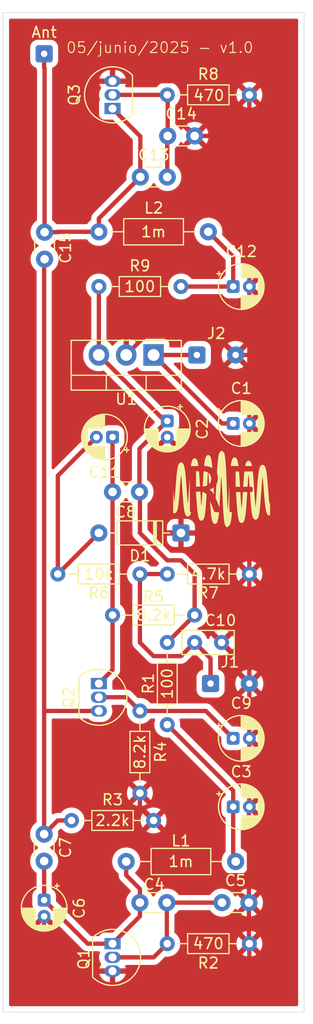
<source format=kicad_pcb>
(kicad_pcb (version 20241229) (generator "pcbnew") (generator_version "9.0")
  (title_block (title "Theremin PCB") (date "2025-06-05") (rev "v1.0"))
  (layers (0 "F.Cu" signal) (2 "B.Cu" signal) (13 "F.Paste" user) (15 "B.Paste" user) (5 "F.SilkS" user "F.Silkscreen") (7 "B.SilkS" user "B.Silkscreen") (1 "F.Mask" user) (3 "B.Mask" user) (25 "Edge.Cuts" user))
  (net 0 "")
  (net 1 "GND")
  (net 2 "+9V")
  (net 3 "Net-(U1-VO)")
  (net 4 "Net-(C3-Pad1)")
  (net 5 "Net-(Q1-S)")
  (net 6 "Net-(Q1-D)")
  (net 7 "Net-(Q2-G)")
  (net 8 "Net-(Q2-D)")
  (net 9 "Net-(Q2-S)")
  (net 10 "Net-(D1-A)")
  (net 11 "Net-(C12-Pad1)")
  (net 12 "Net-(Q3-S)")
  (net 13 "Net-(J1-Pin_1)")
  (net 14 "Net-(J3-Pin_1)")
  (footprint "Resistor_THT:R_Axial_DIN0204_L3.6mm_D1.6mm_P7.62mm_Horizontal" (layer "F.Cu") (at 171.45 50.8)
    (property "Reference" "R8" (at 3.81 -1.92 0) (layer "F.SilkS"))
    (property "Value" "470" (hide yes))
    (pad "1" thru_hole circle (at 0 0) (size 1.4 1.4) (drill 0.7) (layers "*.Cu" "*.Mask") (net 12 "Net-(Q3-S)"))
    (pad "2" thru_hole circle (at 7.62 0) (size 1.4 1.4) (drill 0.7) (layers "*.Cu" "*.Mask") (net 1 "GND"))
  )
  (footprint "Capacitor_THT:C_Disc_D3.0mm_W1.6mm_P2.50mm" (layer "F.Cu") (at 168.87 87.63 180)
    (property "Reference" "C8" (at 1.274825 -1.867016 0) (layer "F.SilkS"))
    (property "Value" "1.5n")
    (pad "1" thru_hole circle (at 0 0 180) (size 1.6 1.6) (drill 0.8) (layers "*.Cu" "*.Mask") (net 3 "Net-(U1-VO)"))
    (pad "2" thru_hole circle (at 2.5 0 180) (size 1.6 1.6) (drill 0.8) (layers "*.Cu" "*.Mask") (net 8 "Net-(Q2-D)"))
  )
  (footprint "Resistor_THT:R_Axial_DIN0204_L3.6mm_D1.6mm_P7.62mm_Horizontal" (layer "F.Cu") (at 173.99 99.06 180)
    (property "Reference" "R5" (at 3.81 1.713488 0) (layer "F.SilkS"))
    (property "Value" "8.2k" (at 3.81 0 0) (layer "F.SilkS"))
    (pad "1" thru_hole circle (at 0 0 180) (size 1.4 1.4) (drill 0.7) (layers "*.Cu" "*.Mask") (net 3 "Net-(U1-VO)"))
    (pad "2" thru_hole circle (at 7.62 0 180) (size 1.4 1.4) (drill 0.7) (layers "*.Cu" "*.Mask") (net 8 "Net-(Q2-D)"))
  )
  (footprint "Capacitor_THT:CP_Radial_D4.0mm_P1.50mm" (layer "F.Cu") (at 177.57 110.49)
    (property "Reference" "C9" (at 0.75 -3.25 0) (layer "F.SilkS"))
    (property "Value" "10u")
    (pad "1" thru_hole roundrect (at 0 0) (size 1.2 1.2) (drill 0.6) (layers "*.Cu" "*.Mask") (roundrect_rratio 0.208333) (net 9 "Net-(Q2-S)"))
    (pad "2" thru_hole circle (at 1.5 0) (size 1.2 1.2) (drill 0.6) (layers "*.Cu" "*.Mask") (net 1 "GND"))
  )
  (footprint "Resistor_THT:R_Axial_DIN0204_L3.6mm_D1.6mm_P7.62mm_Horizontal" (layer "F.Cu") (at 165.1 68.58)
    (property "Reference" "R9" (at 3.81 -1.92 0) (layer "F.SilkS"))
    (property "Value" "100" (at 3.81 0 0) (layer "F.SilkS"))
    (pad "1" thru_hole circle (at 0 0) (size 1.4 1.4) (drill 0.7) (layers "*.Cu" "*.Mask") (net 3 "Net-(U1-VO)"))
    (pad "2" thru_hole circle (at 7.62 0) (size 1.4 1.4) (drill 0.7) (layers "*.Cu" "*.Mask") (net 11 "Net-(C12-Pad1)"))
  )
  (footprint "Capacitor_THT:CP_Radial_D4.0mm_P1.50mm" (layer "F.Cu") (at 177.57 81.28)
    (property "Reference" "C1" (at 0.75 -3.25 0) (layer "F.SilkS"))
    (property "Value" "1u")
    (pad "1" thru_hole roundrect (at 0 0) (size 1.2 1.2) (drill 0.6) (layers "*.Cu" "*.Mask") (roundrect_rratio 0.208333) (net 2 "+9V"))
    (pad "2" thru_hole circle (at 1.5 0) (size 1.2 1.2) (drill 0.6) (layers "*.Cu" "*.Mask") (net 1 "GND"))
  )
  (footprint "Resistor_THT:R_Axial_DIN0204_L3.6mm_D1.6mm_P7.62mm_Horizontal" (layer "F.Cu") (at 171.45 95.25)
    (property "Reference" "R7" (at 3.81 1.75 0) (layer "F.SilkS"))
    (property "Value" "4.7k" (at 3.81 0 0) (layer "F.SilkS"))
    (pad "1" thru_hole circle (at 0 0) (size 1.4 1.4) (drill 0.7) (layers "*.Cu" "*.Mask") (net 13 "Net-(J1-Pin_1)"))
    (pad "2" thru_hole circle (at 7.62 0) (size 1.4 1.4) (drill 0.7) (layers "*.Cu" "*.Mask") (net 1 "GND"))
  )
  (footprint "Capacitor_THT:C_Disc_D3.0mm_W1.6mm_P2.50mm" (layer "F.Cu") (at 160.02 121.88 90)
    (property "Reference" "C7" (at 1.25 1.98 90) (layer "F.SilkS"))
    (property "Value" "3.3p")
    (pad "1" thru_hole circle (at 0 0 90) (size 1.6 1.6) (drill 0.8) (layers "*.Cu" "*.Mask") (net 6 "Net-(Q1-D)"))
    (pad "2" thru_hole circle (at 2.5 0 90) (size 1.6 1.6) (drill 0.8) (layers "*.Cu" "*.Mask") (net 7 "Net-(Q2-G)"))
  )
  (footprint "Resistor_THT:R_Axial_DIN0204_L3.6mm_D1.6mm_P7.62mm_Horizontal" (layer "F.Cu") (at 171.45 101.6 -90)
    (property "Reference" "R1" (at 3.81 1.766225 90) (layer "F.SilkS"))
    (property "Value" "100" (at 3.81 0 90) (layer "F.SilkS"))
    (pad "1" thru_hole circle (at 0 0 270) (size 1.4 1.4) (drill 0.7) (layers "*.Cu" "*.Mask") (net 3 "Net-(U1-VO)"))
    (pad "2" thru_hole circle (at 7.62 0 270) (size 1.4 1.4) (drill 0.7) (layers "*.Cu" "*.Mask") (net 4 "Net-(C3-Pad1)"))
  )
  (footprint "Package_TO_SOT_THT:TO-92_Inline" (layer "F.Cu") (at 166.37 52.07 90)
    (property "Reference" "Q3" (at 1.27 -3.56 90) (layer "F.SilkS"))
    (property "Value" "2N5458")
    (pad "1" thru_hole rect (at 0 0 90) (size 1.05 1.5) (drill 0.75) (layers "*.Cu" "*.Mask") (net 14 "Net-(J3-Pin_1)"))
    (pad "2" thru_hole oval (at 1.27 0 90) (size 1.05 1.5) (drill 0.75) (layers "*.Cu" "*.Mask") (net 12 "Net-(Q3-S)"))
    (pad "3" thru_hole oval (at 2.54 0 90) (size 1.05 1.5) (drill 0.75) (layers "*.Cu" "*.Mask") (net 1 "GND"))
  )
  (footprint "Resistor_THT:R_Axial_DIN0204_L3.6mm_D1.6mm_P7.62mm_Horizontal" (layer "F.Cu") (at 161.29 95.25)
    (property "Reference" "R6" (at 3.81 1.75 0) (layer "F.SilkS"))
    (property "Value" "10k" (at 3.81 0 0) (layer "F.SilkS"))
    (pad "1" thru_hole circle (at 0 0) (size 1.4 1.4) (drill 0.7) (layers "*.Cu" "*.Mask") (net 10 "Net-(D1-A)"))
    (pad "2" thru_hole circle (at 7.62 0) (size 1.4 1.4) (drill 0.7) (layers "*.Cu" "*.Mask") (net 13 "Net-(J1-Pin_1)"))
  )
  (footprint "Capacitor_THT:CP_Radial_D4.0mm_P1.50mm" (layer "F.Cu") (at 177.57 116.84)
    (property "Reference" "C3" (at 0.75 -3.25 0) (layer "F.SilkS"))
    (property "Value" "10u")
    (pad "1" thru_hole roundrect (at 0 0) (size 1.2 1.2) (drill 0.6) (layers "*.Cu" "*.Mask") (roundrect_rratio 0.208333) (net 4 "Net-(C3-Pad1)"))
    (pad "2" thru_hole circle (at 1.5 0) (size 1.2 1.2) (drill 0.6) (layers "*.Cu" "*.Mask") (net 1 "GND"))
  )
  (footprint "Capacitor_THT:CP_Radial_D4.0mm_P1.50mm" (layer "F.Cu") (at 171.45 81.05 -90)
    (property "Reference" "C2" (at 0.75 -3.25 90) (layer "F.SilkS"))
    (property "Value" "1u")
    (pad "1" thru_hole roundrect (at 0 0 270) (size 1.2 1.2) (drill 0.6) (layers "*.Cu" "*.Mask") (roundrect_rratio 0.208333) (net 3 "Net-(U1-VO)"))
    (pad "2" thru_hole circle (at 1.5 0 270) (size 1.2 1.2) (drill 0.6) (layers "*.Cu" "*.Mask") (net 1 "GND"))
  )
  (footprint "Package_TO_SOT_THT:TO-92_Inline" (layer "F.Cu") (at 166.37 129.54 -90)
    (property "Reference" "Q1" (at 1.407524 2.668134 90) (layer "F.SilkS"))
    (property "Value" "2N5458")
    (pad "1" thru_hole rect (at 0 0 270) (size 1.05 1.5) (drill 0.75) (layers "*.Cu" "*.Mask") (net 6 "Net-(Q1-D)"))
    (pad "2" thru_hole oval (at 1.27 0 270) (size 1.05 1.5) (drill 0.75) (layers "*.Cu" "*.Mask") (net 5 "Net-(Q1-S)"))
    (pad "3" thru_hole oval (at 2.54 0 270) (size 1.05 1.5) (drill 0.75) (layers "*.Cu" "*.Mask") (net 1 "GND"))
  )
  (footprint "Transistor_THT:L_Axial_L5.3mm_D2.2mm_P10.16mm_Horizontal_Vishay_IM-1" (layer "F.Cu") (at 177.8 121.92 180)
    (property "Reference" "L1" (at 5.08 1.92 0) (layer "F.SilkS"))
    (property "Value" "1m" (at 5.08 0 0) (layer "F.SilkS"))
    (pad "1" thru_hole circle (at 0 0 180) (size 1.6 1.6) (drill 0.8) (layers "*.Cu" "*.Mask") (net 4 "Net-(C3-Pad1)"))
    (pad "2" thru_hole oval (at 10.16 0 180) (size 1.6 1.6) (drill 0.8) (layers "*.Cu" "*.Mask") (net 6 "Net-(Q1-D)"))
  )
  (footprint "Capacitor_THT:C_Disc_D3.0mm_W1.6mm_P2.50mm" (layer "F.Cu") (at 168.95 58.42)
    (property "Reference" "C13" (at 1.25 -2.05 0) (layer "F.SilkS"))
    (property "Value" "150p")
    (pad "1" thru_hole circle (at 0 0) (size 1.6 1.6) (drill 0.8) (layers "*.Cu" "*.Mask") (net 14 "Net-(J3-Pin_1)"))
    (pad "2" thru_hole circle (at 2.5 0) (size 1.6 1.6) (drill 0.8) (layers "*.Cu" "*.Mask") (net 12 "Net-(Q3-S)"))
  )
  (footprint "Capacitor_THT:CP_Radial_D4.0mm_P1.50mm" (layer "F.Cu") (at 160.02 125.5 -90)
    (property "Reference" "C6" (at 0.75 -3.25 90) (layer "F.SilkS"))
    (property "Value" "33p")
    (pad "1" thru_hole roundrect (at 0 0 270) (size 1.2 1.2) (drill 0.6) (layers "*.Cu" "*.Mask") (roundrect_rratio 0.208333) (net 6 "Net-(Q1-D)"))
    (pad "2" thru_hole circle (at 1.5 0 270) (size 1.2 1.2) (drill 0.6) (layers "*.Cu" "*.Mask") (net 1 "GND"))
  )
  (footprint "LOGO" (layer "F.Cu") (at 176.496439 87.373772)
    (property "Reference" "G***" (hide yes))
    (property "Value" "LOGO" (hide yes))
  )
  (footprint "Connector_Wire:SolderWire-0.1sqmm_1x02_P3.6mm_D0.4mm_OD1mm" (layer "F.Cu") (at 174.2 74.93)
    (property "Reference" "J2" (at 1.8 -2 0) (layer "F.SilkS"))
    (property "Value" "Conn_01x02_Pin")
    (pad "1" thru_hole roundrect (at 0 0) (size 1.6 1.6) (drill 0.6) (layers "*.Cu" "*.Mask") (roundrect_rratio 0.15625) (net 2 "+9V"))
    (pad "2" thru_hole circle (at 3.6 0) (size 1.6 1.6) (drill 0.6) (layers "*.Cu" "*.Mask") (net 1 "GND"))
  )
  (footprint "Package_TO_SOT_THT:TO-92_Inline" (layer "F.Cu") (at 165.1 105.41 -90)
    (property "Reference" "Q2" (at 1.318878 2.788523 90) (layer "F.SilkS"))
    (property "Value" "2N5458")
    (pad "1" thru_hole rect (at 0 0 270) (size 1.05 1.5) (drill 0.75) (layers "*.Cu" "*.Mask") (net 8 "Net-(Q2-D)"))
    (pad "2" thru_hole oval (at 1.27 0 270) (size 1.05 1.5) (drill 0.75) (layers "*.Cu" "*.Mask") (net 9 "Net-(Q2-S)"))
    (pad "3" thru_hole oval (at 2.54 0 270) (size 1.05 1.5) (drill 0.75) (layers "*.Cu" "*.Mask") (net 7 "Net-(Q2-G)"))
  )
  (footprint "Resistor_THT:R_Axial_DIN0204_L3.6mm_D1.6mm_P7.62mm_Horizontal" (layer "F.Cu") (at 162.56 118.11)
    (property "Reference" "R3" (at 3.81 -1.92 0) (layer "F.SilkS"))
    (property "Value" "2.2k" (at 3.81 0 0) (layer "F.SilkS"))
    (pad "1" thru_hole circle (at 0 0) (size 1.4 1.4) (drill 0.7) (layers "*.Cu" "*.Mask") (net 7 "Net-(Q2-G)"))
    (pad "2" thru_hole circle (at 7.62 0) (size 1.4 1.4) (drill 0.7) (layers "*.Cu" "*.Mask") (net 1 "GND"))
  )
  (footprint "Capacitor_THT:C_Disc_D3.0mm_W1.6mm_P2.50mm" (layer "F.Cu") (at 160.06 66.04 90)
    (property "Reference" "C15" (at 1.04 1.94 90) (layer "F.SilkS"))
    (property "Value" "3.3p")
    (pad "1" thru_hole circle (at 0 0 90) (size 1.6 1.6) (drill 0.8) (layers "*.Cu" "*.Mask") (net 7 "Net-(Q2-G)"))
    (pad "2" thru_hole circle (at 2.5 0 90) (size 1.6 1.6) (drill 0.8) (layers "*.Cu" "*.Mask") (net 14 "Net-(J3-Pin_1)"))
  )
  (footprint "Resistor_THT:R_Axial_DIN0204_L3.6mm_D1.6mm_P7.62mm_Horizontal" (layer "F.Cu") (at 171.45 129.54)
    (property "Reference" "R2" (at 3.81 1.795539 0) (layer "F.SilkS"))
    (property "Value" "470" (at 3.81 0 0) (layer "F.SilkS"))
    (pad "1" thru_hole circle (at 0 0) (size 1.4 1.4) (drill 0.7) (layers "*.Cu" "*.Mask") (net 5 "Net-(Q1-S)"))
    (pad "2" thru_hole circle (at 7.62 0) (size 1.4 1.4) (drill 0.7) (layers "*.Cu" "*.Mask") (net 1 "GND"))
  )
  (footprint "Package_TO_SOT_THT:TO-220-3_Vertical" (layer "F.Cu") (at 170.18 74.93 180)
    (property "Reference" "U1" (at 2.54 -4.1 0) (layer "F.SilkS"))
    (property "Value" "LM7806_TO220")
    (pad "1" thru_hole rect (at 0 0 180) (size 1.905 2) (drill 1.1) (layers "*.Cu" "*.Mask") (net 2 "+9V"))
    (pad "2" thru_hole oval (at 2.54 0 180) (size 1.905 2) (drill 1.1) (layers "*.Cu" "*.Mask") (net 1 "GND"))
    (pad "3" thru_hole oval (at 5.08 0 180) (size 1.905 2) (drill 1.1) (layers "*.Cu" "*.Mask") (net 3 "Net-(U1-VO)"))
  )
  (footprint "Capacitor_THT:C_Disc_D3.0mm_W1.6mm_P2.50mm" (layer "F.Cu") (at 176.53 125.73)
    (property "Reference" "C5" (at 1.25 -2.05 0) (layer "F.SilkS"))
    (property "Value" "1.5n")
    (pad "1" thru_hole circle (at 0 0) (size 1.6 1.6) (drill 0.8) (layers "*.Cu" "*.Mask") (net 5 "Net-(Q1-S)"))
    (pad "2" thru_hole circle (at 2.5 0) (size 1.6 1.6) (drill 0.8) (layers "*.Cu" "*.Mask") (net 1 "GND"))
  )
  (footprint "Capacitor_THT:C_Disc_D3.0mm_W1.6mm_P2.50mm" (layer "F.Cu") (at 171.49 54.61)
    (property "Reference" "C14" (at 1.25 -2.05 0) (layer "F.SilkS"))
    (property "Value" "1.5n")
    (pad "1" thru_hole circle (at 0 0) (size 1.6 1.6) (drill 0.8) (layers "*.Cu" "*.Mask") (net 12 "Net-(Q3-S)"))
    (pad "2" thru_hole circle (at 2.5 0) (size 1.6 1.6) (drill 0.8) (layers "*.Cu" "*.Mask") (net 1 "GND"))
  )
  (footprint "Capacitor_THT:CP_Radial_D4.0mm_P1.50mm" (layer "F.Cu") (at 177.57 68.58)
    (property "Reference" "C12" (at 0.75 -3.25 0) (layer "F.SilkS"))
    (property "Value" "10u")
    (pad "1" thru_hole roundrect (at 0 0) (size 1.2 1.2) (drill 0.6) (layers "*.Cu" "*.Mask") (roundrect_rratio 0.208333) (net 11 "Net-(C12-Pad1)"))
    (pad "2" thru_hole circle (at 1.5 0) (size 1.2 1.2) (drill 0.6) (layers "*.Cu" "*.Mask") (net 1 "GND"))
  )
  (footprint "Connector_Wire:SolderWire-0.1sqmm_1x02_P3.6mm_D0.4mm_OD1mm" (layer "F.Cu") (at 175.47 105.41)
    (property "Reference" "J1" (at 1.8 -2 0) (layer "F.SilkS"))
    (property "Value" "Conn_01x02_Pin")
    (pad "1" thru_hole roundrect (at 0 0) (size 1.6 1.6) (drill 0.6) (layers "*.Cu" "*.Mask") (roundrect_rratio 0.15625) (net 13 "Net-(J1-Pin_1)"))
    (pad "2" thru_hole circle (at 3.6 0) (size 1.6 1.6) (drill 0.6) (layers "*.Cu" "*.Mask") (net 1 "GND"))
  )
  (footprint "Capacitor_THT:CP_Radial_D4.0mm_P1.50mm" (layer "F.Cu") (at 166.37 82.55 180)
    (property "Reference" "C11" (at 0.75 -3.25 0) (layer "F.SilkS"))
    (property "Value" "10u")
    (pad "1" thru_hole roundrect (at 0 0 180) (size 1.2 1.2) (drill 0.6) (layers "*.Cu" "*.Mask") (roundrect_rratio 0.208333) (net 8 "Net-(Q2-D)"))
    (pad "2" thru_hole circle (at 1.5 0 180) (size 1.2 1.2) (drill 0.6) (layers "*.Cu" "*.Mask") (net 10 "Net-(D1-A)"))
  )
  (footprint "Resistor_THT:R_Axial_DIN0204_L3.6mm_D1.6mm_P7.62mm_Horizontal" (layer "F.Cu") (at 168.91 107.95 -90)
    (property "Reference" "R4" (at 3.81 -1.92 90) (layer "F.SilkS"))
    (property "Value" "8.2k" (at 3.81 0 90) (layer "F.SilkS"))
    (pad "1" thru_hole circle (at 0 0 270) (size 1.4 1.4) (drill 0.7) (layers "*.Cu" "*.Mask") (net 9 "Net-(Q2-S)"))
    (pad "2" thru_hole circle (at 7.62 0 270) (size 1.4 1.4) (drill 0.7) (layers "*.Cu" "*.Mask") (net 1 "GND"))
  )
  (footprint "Diode_THT:D_DO-35_SOD27_P7.62mm_Horizontal" (layer "F.Cu") (at 172.72 91.44 180)
    (property "Reference" "D1" (at 3.81 -2.12 0) (layer "F.SilkS"))
    (property "Value" "1N4148")
    (pad "1" thru_hole roundrect (at 0 0 180) (size 1.6 1.6) (drill 0.8) (layers "*.Cu" "*.Mask") (roundrect_rratio 0.15625) (net 1 "GND"))
    (pad "2" thru_hole circle (at 7.62 0 180) (size 1.6 1.6) (drill 0.8) (layers "*.Cu" "*.Mask") (net 10 "Net-(D1-A)"))
  )
  (footprint "Transistor_THT:L_Axial_L5.3mm_D2.2mm_P10.16mm_Horizontal_Vishay_IM-1" (layer "F.Cu") (at 175.26 63.5 180)
    (property "Reference" "L2" (at 5.064774 2.204177 0) (layer "F.SilkS"))
    (property "Value" "1m" (at 5.08 0 0) (layer "F.SilkS"))
    (pad "1" thru_hole circle (at 0 0 180) (size 1.6 1.6) (drill 0.8) (layers "*.Cu" "*.Mask") (net 11 "Net-(C12-Pad1)"))
    (pad "2" thru_hole oval (at 10.16 0 180) (size 1.6 1.6) (drill 0.8) (layers "*.Cu" "*.Mask") (net 14 "Net-(J3-Pin_1)"))
  )
  (footprint "Capacitor_THT:C_Disc_D3.0mm_W1.6mm_P2.50mm" (layer "F.Cu") (at 168.91 125.73)
    (property "Reference" "C4" (at 1.321211 -1.686692 0) (layer "F.SilkS"))
    (property "Value" "150p")
    (pad "1" thru_hole circle (at 0 0) (size 1.6 1.6) (drill 0.8) (layers "*.Cu" "*.Mask") (net 6 "Net-(Q1-D)"))
    (pad "2" thru_hole circle (at 2.5 0) (size 1.6 1.6) (drill 0.8) (layers "*.Cu" "*.Mask") (net 5 "Net-(Q1-S)"))
  )
  (footprint "Capacitor_THT:C_Rect_L4.6mm_W2.0mm_P2.50mm_MKS02_FKP02" (layer "F.Cu") (at 173.99 101.6)
    (property "Reference" "C10" (at 2.405793 -2.052465 0) (layer "F.SilkS"))
    (property "Value" "4700p")
    (pad "1" thru_hole circle (at 0 0) (size 1.4 1.4) (drill 0.7) (layers "*.Cu" "*.Mask") (net 13 "Net-(J1-Pin_1)"))
    (pad "2" thru_hole circle (at 2.5 0) (size 1.4 1.4) (drill 0.7) (layers "*.Cu" "*.Mask") (net 1 "GND"))
  )
  (footprint "Connector_Wire:SolderWire-0.1sqmm_1x01_D0.4mm_OD1mm" (layer "F.Cu") (at 160.02 46.99)
    (property "Reference" "Ant" (at 0 -2 0) (layer "F.SilkS"))
    (property "Value" "Antena")
    (pad "1" thru_hole roundrect (at 0 0) (size 1.6 1.6) (drill 0.6) (layers "*.Cu" "*.Mask") (roundrect_rratio 0.15625) (net 14 "Net-(J3-Pin_1)"))
  )
  (gr_rect (start 156.21 43.18) (end 184.15 135.89) (stroke (width 0.05)) (fill no) (layer "Edge.Cuts"))
  (gr_text "05/junio/2025 - v1.0" (at 162 47 0) (layer "F.SilkS") (effects (font (size 1 1) (thickness 0.1)) (justify left bottom)))
  (gr_text "470" (at 173.780906 51.444408 0) (layer "F.SilkS") (effects (font (size 1 1)) (justify left bottom)))
  (segment (start 179.07 68.58) (end 179.07 71.12) (width 0.4) (layer "F.Cu") (net 1))
  (segment (start 179.07 71.12) (end 179.07 74.93) (width 0.4) (layer "F.Cu") (net 1))
  (segment (start 172.72 91.44) (end 179.07 91.44) (width 0.4) (layer "F.Cu") (net 1))
  (segment (start 170.18 118.11) (end 175.26 123.19) (width 0.4) (layer "F.Cu") (net 1))
  (segment (start 171.45 82.55) (end 172.72 83.82) (width 0.4) (layer "F.Cu") (net 1))
  (segment (start 179.07 130.81) (end 177.8 132.08) (width 0.4) (layer "F.Cu") (net 1))
  (segment (start 171.45 71.12) (end 179.07 71.12) (width 0.4) (layer "F.Cu") (net 1))
  (segment (start 166.37 132.08) (end 161.29 132.08) (width 0.4) (layer "F.Cu") (net 1))
  (segment (start 179.03 125.73) (end 179.03 123.19) (width 0.4) (layer "F.Cu") (net 1))
  (segment (start 177.8 49.53) (end 179.07 50.8) (width 0.4) (layer "F.Cu") (net 1))
  (segment (start 161.29 132.08) (end 160.02 130.81) (width 0.4) (layer "F.Cu") (net 1))
  (segment (start 179.07 116.84) (end 179.07 110.49) (width 0.4) (layer "F.Cu") (net 1))
  (segment (start 179.07 81.28) (end 179.07 91.44) (width 0.4) (layer "F.Cu") (net 1))
  (segment (start 166.37 49.53) (end 177.8 49.53) (width 0.4) (layer "F.Cu") (net 1))
  (segment (start 172.72 83.82) (end 177.8 83.82) (width 0.4) (layer "F.Cu") (net 1))
  (segment (start 179.07 99.02) (end 179.07 95.25) (width 0.4) (layer "F.Cu") (net 1))
  (segment (start 179.07 74.93) (end 179.07 81.28) (width 0.4) (layer "F.Cu") (net 1))
  (segment (start 179.07 50.8) (end 179.07 68.58) (width 0.4) (layer "F.Cu") (net 1))
  (segment (start 173.99 54.61) (end 175.26 54.61) (width 0.4) (layer "F.Cu") (net 1))
  (segment (start 179.03 118.11) (end 179.03 116.88) (width 0.4) (layer "F.Cu") (net 1))
  (segment (start 179.07 105.41) (end 179.07 110.49) (width 0.4) (layer "F.Cu") (net 1))
  (segment (start 177.8 83.82) (end 179.07 82.55) (width 0.4) (layer "F.Cu") (net 1))
  (segment (start 179.03 123.19) (end 179.03 118.11) (width 0.4) (layer "F.Cu") (net 1))
  (segment (start 179.07 91.44) (end 179.07 95.25) (width 0.4) (layer "F.Cu") (net 1))
  (segment (start 160.02 130.81) (end 160.02 127) (width 0.4) (layer "F.Cu") (net 1))
  (segment (start 167.64 74.93) (end 171.45 71.12) (width 0.4) (layer "F.Cu") (net 1))
  (segment (start 179.07 125.77) (end 179.03 125.73) (width 0.4) (layer "F.Cu") (net 1))
  (segment (start 179.07 99.02) (end 179.07 105.41) (width 0.4) (layer "F.Cu") (net 1))
  (segment (start 179.07 130.81) (end 179.07 129.54) (width 0.4) (layer "F.Cu") (net 1))
  (segment (start 179.03 129.5) (end 179.07 129.54) (width 0.4) (layer "F.Cu") (net 1))
  (segment (start 176.49 101.6) (end 179.07 99.02) (width 0.4) (layer "F.Cu") (net 1))
  (segment (start 177.8 74.93) (end 179.07 74.93) (width 0.4) (layer "F.Cu") (net 1))
  (segment (start 179.07 82.55) (end 179.07 81.28) (width 0.4) (layer "F.Cu") (net 1))
  (segment (start 179.03 125.73) (end 179.03 129.5) (width 0.4) (layer "F.Cu") (net 1))
  (segment (start 175.26 123.19) (end 179.03 123.19) (width 0.4) (layer "F.Cu") (net 1))
  (segment (start 179.03 116.88) (end 179.07 116.84) (width 0.4) (layer "F.Cu") (net 1))
  (segment (start 168.91 115.57) (end 168.91 116.84) (width 0.4) (layer "F.Cu") (net 1))
  (segment (start 177.8 132.08) (end 166.37 132.08) (width 0.4) (layer "F.Cu") (net 1))
  (segment (start 168.91 116.84) (end 170.18 118.11) (width 0.4) (layer "F.Cu") (net 1))
  (segment (start 175.26 54.61) (end 179.07 50.8) (width 0.4) (layer "F.Cu") (net 1))
  (segment (start 176.53 81.28) (end 170.18 74.93) (width 0.4) (layer "F.Cu") (net 2))
  (segment (start 174.2 74.93) (end 170.18 74.93) (width 0.4) (layer "F.Cu") (net 2))
  (segment (start 177.57 81.28) (end 176.53 81.28) (width 0.4) (layer "F.Cu") (net 2))
  (segment (start 171.22 81.05) (end 165.1 74.93) (width 0.4) (layer "F.Cu") (net 3))
  (segment (start 171.45 93.98) (end 172.72 93.98) (width 0.4) (layer "F.Cu") (net 3))
  (segment (start 165.1 74.93) (end 165.1 68.58) (width 0.4) (layer "F.Cu") (net 3))
  (segment (start 168.91 87.67) (end 168.91 91.44) (width 0.4) (layer "F.Cu") (net 3))
  (segment (start 172.72 93.98) (end 173.99 95.25) (width 0.4) (layer "F.Cu") (net 3))
  (segment (start 168.91 91.44) (end 171.45 93.98) (width 0.4) (layer "F.Cu") (net 3))
  (segment (start 168.87 87.63) (end 168.91 87.67) (width 0.4) (layer "F.Cu") (net 3))
  (segment (start 168.87 83.63) (end 171.45 81.05) (width 0.4) (layer "F.Cu") (net 3))
  (segment (start 173.99 95.25) (end 173.99 99.06) (width 0.4) (layer "F.Cu") (net 3))
  (segment (start 168.87 87.63) (end 168.87 83.63) (width 0.4) (layer "F.Cu") (net 3))
  (segment (start 173.99 99.06) (end 171.45 101.6) (width 0.4) (layer "F.Cu") (net 3))
  (segment (start 171.45 81.05) (end 171.22 81.05) (width 0.4) (layer "F.Cu") (net 3))
  (segment (start 177.57 115.34) (end 171.45 109.22) (width 0.4) (layer "F.Cu") (net 4))
  (segment (start 177.57 121.69) (end 177.8 121.92) (width 0.4) (layer "F.Cu") (net 4))
  (segment (start 177.57 116.84) (end 177.57 121.69) (width 0.4) (layer "F.Cu") (net 4))
  (segment (start 177.57 116.84) (end 177.57 115.34) (width 0.4) (layer "F.Cu") (net 4))
  (segment (start 171.41 125.73) (end 171.41 129.5) (width 0.4) (layer "F.Cu") (net 5))
  (segment (start 170.18 130.81) (end 166.37 130.81) (width 0.4) (layer "F.Cu") (net 5))
  (segment (start 171.41 129.5) (end 171.45 129.54) (width 0.4) (layer "F.Cu") (net 5))
  (segment (start 171.41 125.73) (end 176.53 125.73) (width 0.4) (layer "F.Cu") (net 5))
  (segment (start 171.45 129.54) (end 170.18 130.81) (width 0.4) (layer "F.Cu") (net 5))
  (segment (start 167.64 121.92) (end 167.64 123.19) (width 0.4) (layer "F.Cu") (net 6))
  (segment (start 168.91 125.73) (end 168.91 127) (width 0.4) (layer "F.Cu") (net 6))
  (segment (start 168.91 127) (end 166.37 129.54) (width 0.4) (layer "F.Cu") (net 6))
  (segment (start 164.06 129.54) (end 160.02 125.5) (width 0.4) (layer "F.Cu") (net 6))
  (segment (start 160.02 125.5) (end 160.02 121.88) (width 0.4) (layer "F.Cu") (net 6))
  (segment (start 166.37 129.54) (end 164.06 129.54) (width 0.4) (layer "F.Cu") (net 6))
  (segment (start 168.91 124.46) (end 168.91 125.73) (width 0.4) (layer "F.Cu") (net 6))
  (segment (start 167.64 123.19) (end 168.91 124.46) (width 0.4) (layer "F.Cu") (net 6))
  (segment (start 160.02 107.95) (end 160.02 66.08) (width 0.4) (layer "F.Cu") (net 7))
  (segment (start 162.56 118.11) (end 161.29 118.11) (width 0.4) (layer "F.Cu") (net 7))
  (segment (start 160.02 119.38) (end 160.02 107.95) (width 0.4) (layer "F.Cu") (net 7))
  (segment (start 160.06 119.42) (end 160.06 119.38) (width 0.4) (layer "F.Cu") (net 7))
  (segment (start 161.29 118.11) (end 160.02 119.38) (width 0.4) (layer "F.Cu") (net 7))
  (segment (start 160.02 107.95) (end 165.1 107.95) (width 0.4) (layer "F.Cu") (net 7))
  (segment (start 160.02 66.08) (end 160.06 66.04) (width 0.4) (layer "F.Cu") (net 7))
  (segment (start 165.1 105.41) (end 166.37 104.14) (width 0.4) (layer "F.Cu") (net 8))
  (segment (start 166.37 82.55) (end 166.37 87.63) (width 0.4) (layer "F.Cu") (net 8))
  (segment (start 166.37 104.14) (end 166.37 99.06) (width 0.4) (layer "F.Cu") (net 8))
  (segment (start 166.37 99.06) (end 166.37 87.63) (width 0.4) (layer "F.Cu") (net 8))
  (segment (start 177.57 110.49) (end 175.03 107.95) (width 0.4) (layer "F.Cu") (net 9))
  (segment (start 167.64 106.68) (end 168.91 107.95) (width 0.4) (layer "F.Cu") (net 9))
  (segment (start 175.03 107.95) (end 168.91 107.95) (width 0.4) (layer "F.Cu") (net 9))
  (segment (start 165.1 106.68) (end 167.64 106.68) (width 0.4) (layer "F.Cu") (net 9))
  (segment (start 161.29 95.25) (end 165.1 91.44) (width 0.4) (layer "F.Cu") (net 10))
  (segment (start 161.29 86.13) (end 164.87 82.55) (width 0.4) (layer "F.Cu") (net 10))
  (segment (start 161.29 95.25) (end 161.29 86.13) (width 0.4) (layer "F.Cu") (net 10))
  (segment (start 177.57 65.81) (end 175.26 63.5) (width 0.4) (layer "F.Cu") (net 11))
  (segment (start 177.57 68.58) (end 177.57 65.81) (width 0.4) (layer "F.Cu") (net 11))
  (segment (start 172.72 68.58) (end 177.57 68.58) (width 0.4) (layer "F.Cu") (net 11))
  (segment (start 166.37 50.8) (end 171.45 50.8) (width 0.4) (layer "F.Cu") (net 12))
  (segment (start 171.45 54.65) (end 171.49 54.61) (width 0.4) (layer "F.Cu") (net 12))
  (segment (start 171.45 58.42) (end 171.45 54.65) (width 0.4) (layer "F.Cu") (net 12))
  (segment (start 171.49 54.61) (end 171.49 50.84) (width 0.4) (layer "F.Cu") (net 12))
  (segment (start 171.49 50.84) (end 171.45 50.8) (width 0.4) (layer "F.Cu") (net 12))
  (segment (start 173.99 101.6) (end 172.72 102.87) (width 0.4) (layer "F.Cu") (net 13))
  (segment (start 171.45 95.25) (end 168.91 95.25) (width 0.4) (layer "F.Cu") (net 13))
  (segment (start 168.91 101.6) (end 168.91 95.25) (width 0.4) (layer "F.Cu") (net 13))
  (segment (start 175.47 103.08) (end 173.99 101.6) (width 0.4) (layer "F.Cu") (net 13))
  (segment (start 170.18 102.87) (end 168.91 101.6) (width 0.4) (layer "F.Cu") (net 13))
  (segment (start 175.47 105.41) (end 175.47 103.08) (width 0.4) (layer "F.Cu") (net 13))
  (segment (start 172.72 102.87) (end 170.18 102.87) (width 0.4) (layer "F.Cu") (net 13))
  (segment (start 160.06 48.3) (end 160.06 63.54) (width 0.4) (layer "F.Cu") (net 14))
  (segment (start 165.1 63.5) (end 165.1 62.27) (width 0.4) (layer "F.Cu") (net 14))
  (segment (start 165.1 62.27) (end 168.95 58.42) (width 0.4) (layer "F.Cu") (net 14))
  (segment (start 160.02 46.99) (end 160.02 48.26) (width 0.4) (layer "F.Cu") (net 14))
  (segment (start 161.29 63.5) (end 165.1 63.5) (width 0.4) (layer "F.Cu") (net 14))
  (segment (start 168.95 58.42) (end 168.95 54.65) (width 0.4) (layer "F.Cu") (net 14))
  (segment (start 160.02 48.26) (end 160.06 48.3) (width 0.4) (layer "F.Cu") (net 14))
  (segment (start 161.25 63.54) (end 161.29 63.5) (width 0.4) (layer "F.Cu") (net 14))
  (segment (start 168.95 54.65) (end 166.37 52.07) (width 0.4) (layer "F.Cu") (net 14))
  (segment (start 160.06 63.54) (end 161.25 63.54) (width 0.4) (layer "F.Cu") (net 14))
  (zone (net 1) (net_name "GND") (layer "F.Cu") (connect_pads (clearance 0.5)) (min_thickness 0.25) (fill yes (thermal_gap 0.5) (thermal_bridge_width 0.5))
    (polygon (pts (xy 156 137) (xy 185 137) (xy 185 42) (xy 156 42)))
  )
)
</source>
